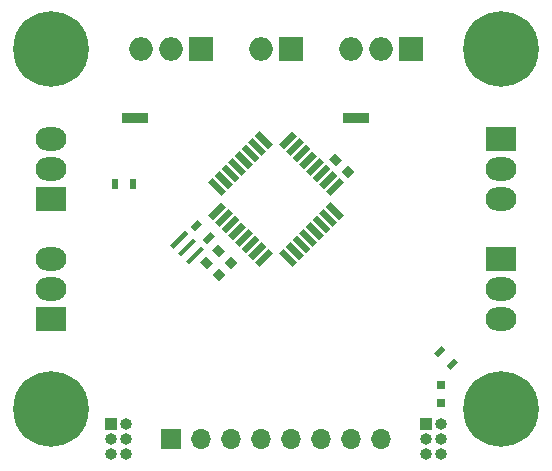
<source format=gbr>
G04 #@! TF.FileFunction,Soldermask,Bot*
%FSLAX46Y46*%
G04 Gerber Fmt 4.6, Leading zero omitted, Abs format (unit mm)*
G04 Created by KiCad (PCBNEW 4.0.6+dfsg1-1) date Wed Jun  6 22:51:37 2018*
%MOMM*%
%LPD*%
G01*
G04 APERTURE LIST*
%ADD10C,0.100000*%
%ADD11R,2.200000X0.900000*%
%ADD12C,0.400000*%
%ADD13R,2.600000X2.000000*%
%ADD14O,2.600000X2.000000*%
%ADD15R,0.750000X0.800000*%
%ADD16R,1.700000X1.700000*%
%ADD17O,1.700000X1.700000*%
%ADD18O,1.998980X1.998980*%
%ADD19R,1.998980X1.998980*%
%ADD20R,0.500000X0.900000*%
%ADD21R,1.000000X1.000000*%
%ADD22O,1.000000X1.000000*%
%ADD23C,6.400000*%
%ADD24C,0.600000*%
G04 APERTURE END LIST*
D10*
D11*
X152801000Y-82044500D03*
D12*
X153551000Y-82044500D03*
X152051000Y-82044500D03*
D13*
X165100000Y-83820000D03*
D14*
X165100000Y-86360000D03*
X165100000Y-88900000D03*
D13*
X127000000Y-88900000D03*
D14*
X127000000Y-86360000D03*
X127000000Y-83820000D03*
D15*
X160020000Y-104660000D03*
X160020000Y-106160000D03*
D10*
G36*
X141794338Y-95353508D02*
X141264008Y-95883838D01*
X140698322Y-95318152D01*
X141228652Y-94787822D01*
X141794338Y-95353508D01*
X141794338Y-95353508D01*
G37*
G36*
X140733678Y-94292848D02*
X140203348Y-94823178D01*
X139637662Y-94257492D01*
X140167992Y-93727162D01*
X140733678Y-94292848D01*
X140733678Y-94292848D01*
G37*
G36*
X142810338Y-94337508D02*
X142280008Y-94867838D01*
X141714322Y-94302152D01*
X142244652Y-93771822D01*
X142810338Y-94337508D01*
X142810338Y-94337508D01*
G37*
G36*
X141749678Y-93276848D02*
X141219348Y-93807178D01*
X140653662Y-93241492D01*
X141183992Y-92711162D01*
X141749678Y-93276848D01*
X141749678Y-93276848D01*
G37*
G36*
X150537332Y-85535662D02*
X151067662Y-85005332D01*
X151633348Y-85571018D01*
X151103018Y-86101348D01*
X150537332Y-85535662D01*
X150537332Y-85535662D01*
G37*
G36*
X151597992Y-86596322D02*
X152128322Y-86065992D01*
X152694008Y-86631678D01*
X152163678Y-87162008D01*
X151597992Y-86596322D01*
X151597992Y-86596322D01*
G37*
D16*
X137160000Y-109220000D03*
D17*
X139700000Y-109220000D03*
X142240000Y-109220000D03*
X144780000Y-109220000D03*
X147320000Y-109220000D03*
X149860000Y-109220000D03*
X152400000Y-109220000D03*
X154940000Y-109220000D03*
D18*
X152400000Y-76200000D03*
D19*
X157480000Y-76200000D03*
D18*
X154940000Y-76200000D03*
X144780000Y-76200000D03*
D19*
X147320000Y-76200000D03*
D10*
G36*
X161489805Y-102750909D02*
X160853409Y-103387305D01*
X160499855Y-103033751D01*
X161136251Y-102397355D01*
X161489805Y-102750909D01*
X161489805Y-102750909D01*
G37*
G36*
X160429145Y-101690249D02*
X159792749Y-102326645D01*
X159439195Y-101973091D01*
X160075591Y-101336695D01*
X160429145Y-101690249D01*
X160429145Y-101690249D01*
G37*
D20*
X133909500Y-87630000D03*
X132409500Y-87630000D03*
D10*
G36*
X140852305Y-92082909D02*
X140215909Y-92719305D01*
X139862355Y-92365751D01*
X140498751Y-91729355D01*
X140852305Y-92082909D01*
X140852305Y-92082909D01*
G37*
G36*
X139791645Y-91022249D02*
X139155249Y-91658645D01*
X138801695Y-91305091D01*
X139438091Y-90668695D01*
X139791645Y-91022249D01*
X139791645Y-91022249D01*
G37*
G36*
X144653464Y-94645243D02*
X144264555Y-94256334D01*
X145395926Y-93124963D01*
X145784835Y-93513872D01*
X144653464Y-94645243D01*
X144653464Y-94645243D01*
G37*
G36*
X144087779Y-94079557D02*
X143698870Y-93690648D01*
X144830241Y-92559277D01*
X145219150Y-92948186D01*
X144087779Y-94079557D01*
X144087779Y-94079557D01*
G37*
G36*
X143522093Y-93513872D02*
X143133184Y-93124963D01*
X144264555Y-91993592D01*
X144653464Y-92382501D01*
X143522093Y-93513872D01*
X143522093Y-93513872D01*
G37*
G36*
X142956408Y-92948187D02*
X142567499Y-92559278D01*
X143698870Y-91427907D01*
X144087779Y-91816816D01*
X142956408Y-92948187D01*
X142956408Y-92948187D01*
G37*
G36*
X142390722Y-92382501D02*
X142001813Y-91993592D01*
X143133184Y-90862221D01*
X143522093Y-91251130D01*
X142390722Y-92382501D01*
X142390722Y-92382501D01*
G37*
G36*
X141825037Y-91816816D02*
X141436128Y-91427907D01*
X142567499Y-90296536D01*
X142956408Y-90685445D01*
X141825037Y-91816816D01*
X141825037Y-91816816D01*
G37*
G36*
X141259352Y-91251130D02*
X140870443Y-90862221D01*
X142001814Y-89730850D01*
X142390723Y-90119759D01*
X141259352Y-91251130D01*
X141259352Y-91251130D01*
G37*
G36*
X140693666Y-90685445D02*
X140304757Y-90296536D01*
X141436128Y-89165165D01*
X141825037Y-89554074D01*
X140693666Y-90685445D01*
X140693666Y-90685445D01*
G37*
G36*
X140304757Y-87503464D02*
X140693666Y-87114555D01*
X141825037Y-88245926D01*
X141436128Y-88634835D01*
X140304757Y-87503464D01*
X140304757Y-87503464D01*
G37*
G36*
X140870443Y-86937779D02*
X141259352Y-86548870D01*
X142390723Y-87680241D01*
X142001814Y-88069150D01*
X140870443Y-86937779D01*
X140870443Y-86937779D01*
G37*
G36*
X141436128Y-86372093D02*
X141825037Y-85983184D01*
X142956408Y-87114555D01*
X142567499Y-87503464D01*
X141436128Y-86372093D01*
X141436128Y-86372093D01*
G37*
G36*
X142001813Y-85806408D02*
X142390722Y-85417499D01*
X143522093Y-86548870D01*
X143133184Y-86937779D01*
X142001813Y-85806408D01*
X142001813Y-85806408D01*
G37*
G36*
X142567499Y-85240722D02*
X142956408Y-84851813D01*
X144087779Y-85983184D01*
X143698870Y-86372093D01*
X142567499Y-85240722D01*
X142567499Y-85240722D01*
G37*
G36*
X143133184Y-84675037D02*
X143522093Y-84286128D01*
X144653464Y-85417499D01*
X144264555Y-85806408D01*
X143133184Y-84675037D01*
X143133184Y-84675037D01*
G37*
G36*
X143698870Y-84109352D02*
X144087779Y-83720443D01*
X145219150Y-84851814D01*
X144830241Y-85240723D01*
X143698870Y-84109352D01*
X143698870Y-84109352D01*
G37*
G36*
X144264555Y-83543666D02*
X144653464Y-83154757D01*
X145784835Y-84286128D01*
X145395926Y-84675037D01*
X144264555Y-83543666D01*
X144264555Y-83543666D01*
G37*
G36*
X146704074Y-84675037D02*
X146315165Y-84286128D01*
X147446536Y-83154757D01*
X147835445Y-83543666D01*
X146704074Y-84675037D01*
X146704074Y-84675037D01*
G37*
G36*
X147269759Y-85240723D02*
X146880850Y-84851814D01*
X148012221Y-83720443D01*
X148401130Y-84109352D01*
X147269759Y-85240723D01*
X147269759Y-85240723D01*
G37*
G36*
X147835445Y-85806408D02*
X147446536Y-85417499D01*
X148577907Y-84286128D01*
X148966816Y-84675037D01*
X147835445Y-85806408D01*
X147835445Y-85806408D01*
G37*
G36*
X148401130Y-86372093D02*
X148012221Y-85983184D01*
X149143592Y-84851813D01*
X149532501Y-85240722D01*
X148401130Y-86372093D01*
X148401130Y-86372093D01*
G37*
G36*
X148966816Y-86937779D02*
X148577907Y-86548870D01*
X149709278Y-85417499D01*
X150098187Y-85806408D01*
X148966816Y-86937779D01*
X148966816Y-86937779D01*
G37*
G36*
X149532501Y-87503464D02*
X149143592Y-87114555D01*
X150274963Y-85983184D01*
X150663872Y-86372093D01*
X149532501Y-87503464D01*
X149532501Y-87503464D01*
G37*
G36*
X150098186Y-88069150D02*
X149709277Y-87680241D01*
X150840648Y-86548870D01*
X151229557Y-86937779D01*
X150098186Y-88069150D01*
X150098186Y-88069150D01*
G37*
G36*
X150663872Y-88634835D02*
X150274963Y-88245926D01*
X151406334Y-87114555D01*
X151795243Y-87503464D01*
X150663872Y-88634835D01*
X150663872Y-88634835D01*
G37*
G36*
X150274963Y-89554074D02*
X150663872Y-89165165D01*
X151795243Y-90296536D01*
X151406334Y-90685445D01*
X150274963Y-89554074D01*
X150274963Y-89554074D01*
G37*
G36*
X149709277Y-90119759D02*
X150098186Y-89730850D01*
X151229557Y-90862221D01*
X150840648Y-91251130D01*
X149709277Y-90119759D01*
X149709277Y-90119759D01*
G37*
G36*
X149143592Y-90685445D02*
X149532501Y-90296536D01*
X150663872Y-91427907D01*
X150274963Y-91816816D01*
X149143592Y-90685445D01*
X149143592Y-90685445D01*
G37*
G36*
X148577907Y-91251130D02*
X148966816Y-90862221D01*
X150098187Y-91993592D01*
X149709278Y-92382501D01*
X148577907Y-91251130D01*
X148577907Y-91251130D01*
G37*
G36*
X148012221Y-91816816D02*
X148401130Y-91427907D01*
X149532501Y-92559278D01*
X149143592Y-92948187D01*
X148012221Y-91816816D01*
X148012221Y-91816816D01*
G37*
G36*
X147446536Y-92382501D02*
X147835445Y-91993592D01*
X148966816Y-93124963D01*
X148577907Y-93513872D01*
X147446536Y-92382501D01*
X147446536Y-92382501D01*
G37*
G36*
X146880850Y-92948186D02*
X147269759Y-92559277D01*
X148401130Y-93690648D01*
X148012221Y-94079557D01*
X146880850Y-92948186D01*
X146880850Y-92948186D01*
G37*
G36*
X146315165Y-93513872D02*
X146704074Y-93124963D01*
X147835445Y-94256334D01*
X147446536Y-94645243D01*
X146315165Y-93513872D01*
X146315165Y-93513872D01*
G37*
D11*
X134112000Y-82022000D03*
D12*
X134862000Y-82022000D03*
X133362000Y-82022000D03*
D10*
G36*
X137080683Y-92823975D02*
X138353475Y-91551183D01*
X138636317Y-91834025D01*
X137363525Y-93106817D01*
X137080683Y-92823975D01*
X137080683Y-92823975D01*
G37*
G36*
X137752434Y-93495726D02*
X139025226Y-92222934D01*
X139308068Y-92505776D01*
X138035276Y-93778568D01*
X137752434Y-93495726D01*
X137752434Y-93495726D01*
G37*
G36*
X138424185Y-94167477D02*
X139696977Y-92894685D01*
X139979819Y-93177527D01*
X138707027Y-94450319D01*
X138424185Y-94167477D01*
X138424185Y-94167477D01*
G37*
D13*
X127000000Y-99060000D03*
D14*
X127000000Y-96520000D03*
X127000000Y-93980000D03*
D13*
X165100000Y-93980000D03*
D14*
X165100000Y-96520000D03*
X165100000Y-99060000D03*
D21*
X132080000Y-107950000D03*
D22*
X133350000Y-107950000D03*
X132080000Y-109220000D03*
X133350000Y-109220000D03*
X132080000Y-110490000D03*
X133350000Y-110490000D03*
D23*
X165100000Y-106680000D03*
D24*
X167500000Y-106680000D03*
X166797056Y-108377056D03*
X165100000Y-109080000D03*
X163402944Y-108377056D03*
X162700000Y-106680000D03*
X163402944Y-104982944D03*
X165100000Y-104280000D03*
X166797056Y-104982944D03*
D23*
X127000000Y-106680000D03*
D24*
X129400000Y-106680000D03*
X128697056Y-108377056D03*
X127000000Y-109080000D03*
X125302944Y-108377056D03*
X124600000Y-106680000D03*
X125302944Y-104982944D03*
X127000000Y-104280000D03*
X128697056Y-104982944D03*
D23*
X127000000Y-76200000D03*
D24*
X129400000Y-76200000D03*
X128697056Y-77897056D03*
X127000000Y-78600000D03*
X125302944Y-77897056D03*
X124600000Y-76200000D03*
X125302944Y-74502944D03*
X127000000Y-73800000D03*
X128697056Y-74502944D03*
D23*
X165100000Y-76200000D03*
D24*
X167500000Y-76200000D03*
X166797056Y-77897056D03*
X165100000Y-78600000D03*
X163402944Y-77897056D03*
X162700000Y-76200000D03*
X163402944Y-74502944D03*
X165100000Y-73800000D03*
X166797056Y-74502944D03*
D21*
X158750000Y-107950000D03*
D22*
X160020000Y-107950000D03*
X158750000Y-109220000D03*
X160020000Y-109220000D03*
X158750000Y-110490000D03*
X160020000Y-110490000D03*
D18*
X134620000Y-76200000D03*
D19*
X139700000Y-76200000D03*
D18*
X137160000Y-76200000D03*
M02*

</source>
